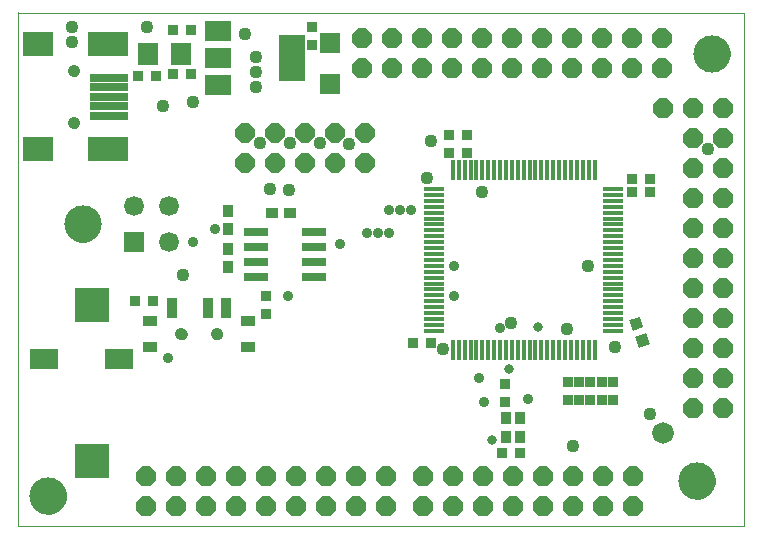
<source format=gts>
G75*
G70*
%OFA0B0*%
%FSLAX24Y24*%
%IPPOS*%
%LPD*%
%AMOC8*
5,1,8,0,0,1.08239X$1,22.5*
%
%ADD10C,0.0000*%
%ADD11C,0.1241*%
%ADD12R,0.0178X0.0690*%
%ADD13R,0.0690X0.0178*%
%ADD14R,0.0375X0.0375*%
%ADD15R,0.0375X0.0375*%
%ADD16R,0.0966X0.0690*%
%ADD17R,0.1044X0.0847*%
%ADD18R,0.1359X0.0847*%
%ADD19R,0.1280X0.0257*%
%ADD20C,0.0414*%
%ADD21R,0.1155X0.1155*%
%ADD22R,0.0850X0.0650*%
%ADD23R,0.0850X0.1560*%
%ADD24R,0.0840X0.0270*%
%ADD25R,0.0662X0.0662*%
%ADD26C,0.0662*%
%ADD27OC8,0.0651*%
%ADD28OC8,0.0660*%
%ADD29R,0.0375X0.0414*%
%ADD30C,0.0720*%
%ADD31R,0.0651X0.0651*%
%ADD32R,0.0690X0.0769*%
%ADD33R,0.0454X0.0375*%
%ADD34R,0.0336X0.0651*%
%ADD35R,0.0414X0.0375*%
%ADD36C,0.0436*%
%ADD37C,0.0330*%
%ADD38C,0.0350*%
D10*
X000599Y000160D02*
X000599Y017278D01*
X000600Y017276D02*
X024780Y017276D01*
X024780Y000156D01*
X024779Y000160D02*
X000599Y000160D01*
X001008Y001160D02*
X001010Y001208D01*
X001016Y001256D01*
X001026Y001303D01*
X001039Y001349D01*
X001057Y001394D01*
X001077Y001438D01*
X001102Y001480D01*
X001130Y001519D01*
X001160Y001556D01*
X001194Y001590D01*
X001231Y001622D01*
X001269Y001651D01*
X001310Y001676D01*
X001353Y001698D01*
X001398Y001716D01*
X001444Y001730D01*
X001491Y001741D01*
X001539Y001748D01*
X001587Y001751D01*
X001635Y001750D01*
X001683Y001745D01*
X001731Y001736D01*
X001777Y001724D01*
X001822Y001707D01*
X001866Y001687D01*
X001908Y001664D01*
X001948Y001637D01*
X001986Y001607D01*
X002021Y001574D01*
X002053Y001538D01*
X002083Y001500D01*
X002109Y001459D01*
X002131Y001416D01*
X002151Y001372D01*
X002166Y001327D01*
X002178Y001280D01*
X002186Y001232D01*
X002190Y001184D01*
X002190Y001136D01*
X002186Y001088D01*
X002178Y001040D01*
X002166Y000993D01*
X002151Y000948D01*
X002131Y000904D01*
X002109Y000861D01*
X002083Y000820D01*
X002053Y000782D01*
X002021Y000746D01*
X001986Y000713D01*
X001948Y000683D01*
X001908Y000656D01*
X001866Y000633D01*
X001822Y000613D01*
X001777Y000596D01*
X001731Y000584D01*
X001683Y000575D01*
X001635Y000570D01*
X001587Y000569D01*
X001539Y000572D01*
X001491Y000579D01*
X001444Y000590D01*
X001398Y000604D01*
X001353Y000622D01*
X001310Y000644D01*
X001269Y000669D01*
X001231Y000698D01*
X001194Y000730D01*
X001160Y000764D01*
X001130Y000801D01*
X001102Y000840D01*
X001077Y000882D01*
X001057Y000926D01*
X001039Y000971D01*
X001026Y001017D01*
X001016Y001064D01*
X001010Y001112D01*
X001008Y001160D01*
X005861Y006558D02*
X005863Y006584D01*
X005869Y006610D01*
X005879Y006635D01*
X005892Y006658D01*
X005908Y006678D01*
X005928Y006696D01*
X005950Y006711D01*
X005973Y006723D01*
X005999Y006731D01*
X006025Y006735D01*
X006051Y006735D01*
X006077Y006731D01*
X006103Y006723D01*
X006127Y006711D01*
X006148Y006696D01*
X006168Y006678D01*
X006184Y006658D01*
X006197Y006635D01*
X006207Y006610D01*
X006213Y006584D01*
X006215Y006558D01*
X006213Y006532D01*
X006207Y006506D01*
X006197Y006481D01*
X006184Y006458D01*
X006168Y006438D01*
X006148Y006420D01*
X006126Y006405D01*
X006103Y006393D01*
X006077Y006385D01*
X006051Y006381D01*
X006025Y006381D01*
X005999Y006385D01*
X005973Y006393D01*
X005949Y006405D01*
X005928Y006420D01*
X005908Y006438D01*
X005892Y006458D01*
X005879Y006481D01*
X005869Y006506D01*
X005863Y006532D01*
X005861Y006558D01*
X007042Y006558D02*
X007044Y006584D01*
X007050Y006610D01*
X007060Y006635D01*
X007073Y006658D01*
X007089Y006678D01*
X007109Y006696D01*
X007131Y006711D01*
X007154Y006723D01*
X007180Y006731D01*
X007206Y006735D01*
X007232Y006735D01*
X007258Y006731D01*
X007284Y006723D01*
X007308Y006711D01*
X007329Y006696D01*
X007349Y006678D01*
X007365Y006658D01*
X007378Y006635D01*
X007388Y006610D01*
X007394Y006584D01*
X007396Y006558D01*
X007394Y006532D01*
X007388Y006506D01*
X007378Y006481D01*
X007365Y006458D01*
X007349Y006438D01*
X007329Y006420D01*
X007307Y006405D01*
X007284Y006393D01*
X007258Y006385D01*
X007232Y006381D01*
X007206Y006381D01*
X007180Y006385D01*
X007154Y006393D01*
X007130Y006405D01*
X007109Y006420D01*
X007089Y006438D01*
X007073Y006458D01*
X007060Y006481D01*
X007050Y006506D01*
X007044Y006532D01*
X007042Y006558D01*
X002162Y010225D02*
X002164Y010273D01*
X002170Y010321D01*
X002180Y010368D01*
X002193Y010414D01*
X002211Y010459D01*
X002231Y010503D01*
X002256Y010545D01*
X002284Y010584D01*
X002314Y010621D01*
X002348Y010655D01*
X002385Y010687D01*
X002423Y010716D01*
X002464Y010741D01*
X002507Y010763D01*
X002552Y010781D01*
X002598Y010795D01*
X002645Y010806D01*
X002693Y010813D01*
X002741Y010816D01*
X002789Y010815D01*
X002837Y010810D01*
X002885Y010801D01*
X002931Y010789D01*
X002976Y010772D01*
X003020Y010752D01*
X003062Y010729D01*
X003102Y010702D01*
X003140Y010672D01*
X003175Y010639D01*
X003207Y010603D01*
X003237Y010565D01*
X003263Y010524D01*
X003285Y010481D01*
X003305Y010437D01*
X003320Y010392D01*
X003332Y010345D01*
X003340Y010297D01*
X003344Y010249D01*
X003344Y010201D01*
X003340Y010153D01*
X003332Y010105D01*
X003320Y010058D01*
X003305Y010013D01*
X003285Y009969D01*
X003263Y009926D01*
X003237Y009885D01*
X003207Y009847D01*
X003175Y009811D01*
X003140Y009778D01*
X003102Y009748D01*
X003062Y009721D01*
X003020Y009698D01*
X002976Y009678D01*
X002931Y009661D01*
X002885Y009649D01*
X002837Y009640D01*
X002789Y009635D01*
X002741Y009634D01*
X002693Y009637D01*
X002645Y009644D01*
X002598Y009655D01*
X002552Y009669D01*
X002507Y009687D01*
X002464Y009709D01*
X002423Y009734D01*
X002385Y009763D01*
X002348Y009795D01*
X002314Y009829D01*
X002284Y009866D01*
X002256Y009905D01*
X002231Y009947D01*
X002211Y009991D01*
X002193Y010036D01*
X002180Y010082D01*
X002170Y010129D01*
X002164Y010177D01*
X002162Y010225D01*
X002273Y013602D02*
X002275Y013628D01*
X002281Y013654D01*
X002291Y013679D01*
X002304Y013702D01*
X002320Y013722D01*
X002340Y013740D01*
X002362Y013755D01*
X002385Y013767D01*
X002411Y013775D01*
X002437Y013779D01*
X002463Y013779D01*
X002489Y013775D01*
X002515Y013767D01*
X002539Y013755D01*
X002560Y013740D01*
X002580Y013722D01*
X002596Y013702D01*
X002609Y013679D01*
X002619Y013654D01*
X002625Y013628D01*
X002627Y013602D01*
X002625Y013576D01*
X002619Y013550D01*
X002609Y013525D01*
X002596Y013502D01*
X002580Y013482D01*
X002560Y013464D01*
X002538Y013449D01*
X002515Y013437D01*
X002489Y013429D01*
X002463Y013425D01*
X002437Y013425D01*
X002411Y013429D01*
X002385Y013437D01*
X002361Y013449D01*
X002340Y013464D01*
X002320Y013482D01*
X002304Y013502D01*
X002291Y013525D01*
X002281Y013550D01*
X002275Y013576D01*
X002273Y013602D01*
X002273Y015335D02*
X002275Y015361D01*
X002281Y015387D01*
X002291Y015412D01*
X002304Y015435D01*
X002320Y015455D01*
X002340Y015473D01*
X002362Y015488D01*
X002385Y015500D01*
X002411Y015508D01*
X002437Y015512D01*
X002463Y015512D01*
X002489Y015508D01*
X002515Y015500D01*
X002539Y015488D01*
X002560Y015473D01*
X002580Y015455D01*
X002596Y015435D01*
X002609Y015412D01*
X002619Y015387D01*
X002625Y015361D01*
X002627Y015335D01*
X002625Y015309D01*
X002619Y015283D01*
X002609Y015258D01*
X002596Y015235D01*
X002580Y015215D01*
X002560Y015197D01*
X002538Y015182D01*
X002515Y015170D01*
X002489Y015162D01*
X002463Y015158D01*
X002437Y015158D01*
X002411Y015162D01*
X002385Y015170D01*
X002361Y015182D01*
X002340Y015197D01*
X002320Y015215D01*
X002304Y015235D01*
X002291Y015258D01*
X002281Y015283D01*
X002275Y015309D01*
X002273Y015335D01*
X022633Y001660D02*
X022635Y001708D01*
X022641Y001756D01*
X022651Y001803D01*
X022664Y001849D01*
X022682Y001894D01*
X022702Y001938D01*
X022727Y001980D01*
X022755Y002019D01*
X022785Y002056D01*
X022819Y002090D01*
X022856Y002122D01*
X022894Y002151D01*
X022935Y002176D01*
X022978Y002198D01*
X023023Y002216D01*
X023069Y002230D01*
X023116Y002241D01*
X023164Y002248D01*
X023212Y002251D01*
X023260Y002250D01*
X023308Y002245D01*
X023356Y002236D01*
X023402Y002224D01*
X023447Y002207D01*
X023491Y002187D01*
X023533Y002164D01*
X023573Y002137D01*
X023611Y002107D01*
X023646Y002074D01*
X023678Y002038D01*
X023708Y002000D01*
X023734Y001959D01*
X023756Y001916D01*
X023776Y001872D01*
X023791Y001827D01*
X023803Y001780D01*
X023811Y001732D01*
X023815Y001684D01*
X023815Y001636D01*
X023811Y001588D01*
X023803Y001540D01*
X023791Y001493D01*
X023776Y001448D01*
X023756Y001404D01*
X023734Y001361D01*
X023708Y001320D01*
X023678Y001282D01*
X023646Y001246D01*
X023611Y001213D01*
X023573Y001183D01*
X023533Y001156D01*
X023491Y001133D01*
X023447Y001113D01*
X023402Y001096D01*
X023356Y001084D01*
X023308Y001075D01*
X023260Y001070D01*
X023212Y001069D01*
X023164Y001072D01*
X023116Y001079D01*
X023069Y001090D01*
X023023Y001104D01*
X022978Y001122D01*
X022935Y001144D01*
X022894Y001169D01*
X022856Y001198D01*
X022819Y001230D01*
X022785Y001264D01*
X022755Y001301D01*
X022727Y001340D01*
X022702Y001382D01*
X022682Y001426D01*
X022664Y001471D01*
X022651Y001517D01*
X022641Y001564D01*
X022635Y001612D01*
X022633Y001660D01*
X023133Y015910D02*
X023135Y015958D01*
X023141Y016006D01*
X023151Y016053D01*
X023164Y016099D01*
X023182Y016144D01*
X023202Y016188D01*
X023227Y016230D01*
X023255Y016269D01*
X023285Y016306D01*
X023319Y016340D01*
X023356Y016372D01*
X023394Y016401D01*
X023435Y016426D01*
X023478Y016448D01*
X023523Y016466D01*
X023569Y016480D01*
X023616Y016491D01*
X023664Y016498D01*
X023712Y016501D01*
X023760Y016500D01*
X023808Y016495D01*
X023856Y016486D01*
X023902Y016474D01*
X023947Y016457D01*
X023991Y016437D01*
X024033Y016414D01*
X024073Y016387D01*
X024111Y016357D01*
X024146Y016324D01*
X024178Y016288D01*
X024208Y016250D01*
X024234Y016209D01*
X024256Y016166D01*
X024276Y016122D01*
X024291Y016077D01*
X024303Y016030D01*
X024311Y015982D01*
X024315Y015934D01*
X024315Y015886D01*
X024311Y015838D01*
X024303Y015790D01*
X024291Y015743D01*
X024276Y015698D01*
X024256Y015654D01*
X024234Y015611D01*
X024208Y015570D01*
X024178Y015532D01*
X024146Y015496D01*
X024111Y015463D01*
X024073Y015433D01*
X024033Y015406D01*
X023991Y015383D01*
X023947Y015363D01*
X023902Y015346D01*
X023856Y015334D01*
X023808Y015325D01*
X023760Y015320D01*
X023712Y015319D01*
X023664Y015322D01*
X023616Y015329D01*
X023569Y015340D01*
X023523Y015354D01*
X023478Y015372D01*
X023435Y015394D01*
X023394Y015419D01*
X023356Y015448D01*
X023319Y015480D01*
X023285Y015514D01*
X023255Y015551D01*
X023227Y015590D01*
X023202Y015632D01*
X023182Y015676D01*
X023164Y015721D01*
X023151Y015767D01*
X023141Y015814D01*
X023135Y015862D01*
X023133Y015910D01*
D11*
X023724Y015910D03*
X023224Y001660D03*
X002753Y010225D03*
X001599Y001160D03*
D12*
X015088Y006039D03*
X015285Y006039D03*
X015481Y006039D03*
X015678Y006039D03*
X015875Y006039D03*
X016072Y006039D03*
X016269Y006039D03*
X016466Y006039D03*
X016663Y006039D03*
X016859Y006039D03*
X017056Y006039D03*
X017253Y006039D03*
X017450Y006039D03*
X017647Y006039D03*
X017844Y006039D03*
X018041Y006039D03*
X018237Y006039D03*
X018434Y006039D03*
X018631Y006039D03*
X018828Y006039D03*
X019025Y006039D03*
X019222Y006039D03*
X019419Y006039D03*
X019615Y006039D03*
X019812Y006039D03*
X019812Y012023D03*
X019615Y012023D03*
X019419Y012023D03*
X019222Y012023D03*
X019025Y012023D03*
X018828Y012023D03*
X018631Y012023D03*
X018434Y012023D03*
X018237Y012023D03*
X018041Y012023D03*
X017844Y012023D03*
X017647Y012023D03*
X017450Y012023D03*
X017253Y012023D03*
X017056Y012023D03*
X016859Y012023D03*
X016663Y012023D03*
X016466Y012023D03*
X016269Y012023D03*
X016072Y012023D03*
X015875Y012023D03*
X015678Y012023D03*
X015481Y012023D03*
X015285Y012023D03*
X015088Y012023D03*
D13*
X014458Y011393D03*
X014458Y011196D03*
X014458Y011000D03*
X014458Y010803D03*
X014458Y010606D03*
X014458Y010409D03*
X014458Y010212D03*
X014458Y010015D03*
X014458Y009819D03*
X014458Y009622D03*
X014458Y009425D03*
X014458Y009228D03*
X014458Y009031D03*
X014458Y008834D03*
X014458Y008637D03*
X014458Y008441D03*
X014458Y008244D03*
X014458Y008047D03*
X014458Y007850D03*
X014458Y007653D03*
X014458Y007456D03*
X014458Y007259D03*
X014458Y007063D03*
X014458Y006866D03*
X014458Y006669D03*
X020442Y006669D03*
X020442Y006866D03*
X020442Y007063D03*
X020442Y007259D03*
X020442Y007456D03*
X020442Y007653D03*
X020442Y007850D03*
X020442Y008047D03*
X020442Y008244D03*
X020442Y008441D03*
X020442Y008637D03*
X020442Y008834D03*
X020442Y009031D03*
X020442Y009228D03*
X020442Y009425D03*
X020442Y009622D03*
X020442Y009819D03*
X020442Y010015D03*
X020442Y010212D03*
X020442Y010409D03*
X020442Y010606D03*
X020442Y010803D03*
X020442Y011000D03*
X020442Y011196D03*
X020442Y011393D03*
D14*
X021063Y011294D03*
X021663Y011294D03*
X021667Y011719D03*
X021067Y011719D03*
X015575Y012597D03*
X014975Y012595D03*
X014975Y013195D03*
X015575Y013197D03*
X010406Y016180D03*
X010406Y016780D03*
X006366Y016698D03*
X005766Y016698D03*
X005753Y015223D03*
X006353Y015223D03*
X005195Y015159D03*
X004595Y015159D03*
X008876Y007833D03*
X008876Y007233D03*
X005078Y007661D03*
X004478Y007661D03*
X013757Y006257D03*
X014357Y006257D03*
X016812Y004879D03*
X016812Y004279D03*
X018915Y004377D03*
X019291Y004377D03*
X019672Y004377D03*
X020048Y004377D03*
X020424Y004377D03*
X020424Y004977D03*
X020048Y004977D03*
X019672Y004977D03*
X019291Y004977D03*
X018915Y004977D03*
X017334Y002598D03*
X016734Y002598D03*
D15*
G36*
X021295Y006102D02*
X021167Y006452D01*
X021517Y006580D01*
X021645Y006230D01*
X021295Y006102D01*
G37*
G36*
X021090Y006666D02*
X020962Y007016D01*
X021312Y007144D01*
X021440Y006794D01*
X021090Y006666D01*
G37*
D16*
X003953Y005744D03*
X001472Y005744D03*
D17*
X001269Y012717D03*
X001269Y016221D03*
D18*
X003592Y016221D03*
X003592Y012717D03*
D19*
X003631Y013839D03*
X003631Y014154D03*
X003631Y014469D03*
X003631Y014784D03*
X003631Y015099D03*
D20*
X002450Y015335D03*
X002450Y013602D03*
X006038Y006558D03*
X007219Y006558D03*
D21*
X003074Y007535D03*
X003074Y002335D03*
D22*
X007260Y014859D03*
X007260Y015759D03*
X007260Y016659D03*
D23*
X009740Y015769D03*
D24*
X010458Y009969D03*
X010458Y009469D03*
X010458Y008969D03*
X010458Y008469D03*
X008518Y008469D03*
X008518Y008969D03*
X008518Y009469D03*
X008518Y009969D03*
D25*
X004454Y009634D03*
D26*
X005635Y009634D03*
X005635Y010815D03*
X004454Y010815D03*
D27*
X008150Y012256D03*
X009150Y012256D03*
X010150Y012256D03*
X011150Y012256D03*
X012150Y012256D03*
X012150Y013256D03*
X011150Y013256D03*
X010150Y013256D03*
X009150Y013256D03*
X008150Y013256D03*
D28*
X012050Y015444D03*
X013050Y015444D03*
X014050Y015444D03*
X015050Y015444D03*
X016050Y015444D03*
X017050Y015444D03*
X018050Y015444D03*
X019050Y015444D03*
X020050Y015444D03*
X021050Y015444D03*
X022050Y015444D03*
X022050Y016444D03*
X021050Y016444D03*
X020050Y016444D03*
X019050Y016444D03*
X018050Y016444D03*
X017050Y016444D03*
X016050Y016444D03*
X015050Y016444D03*
X014050Y016444D03*
X013050Y016444D03*
X012050Y016444D03*
X022101Y014110D03*
X023100Y014106D03*
X024100Y014106D03*
X024100Y013106D03*
X023100Y013106D03*
X023100Y012106D03*
X024100Y012106D03*
X024100Y011106D03*
X023100Y011106D03*
X023100Y010106D03*
X024100Y010106D03*
X024100Y009106D03*
X023100Y009106D03*
X023100Y008106D03*
X024100Y008106D03*
X024100Y007106D03*
X023100Y007106D03*
X023100Y006106D03*
X024100Y006106D03*
X024100Y005106D03*
X023100Y005106D03*
X023100Y004106D03*
X024100Y004106D03*
X021100Y001831D03*
X020100Y001831D03*
X019100Y001831D03*
X018100Y001831D03*
X017100Y001831D03*
X016100Y001831D03*
X015100Y001831D03*
X014100Y001831D03*
X012850Y001831D03*
X011850Y001831D03*
X010850Y001831D03*
X009850Y001831D03*
X008850Y001831D03*
X007850Y001831D03*
X006850Y001831D03*
X005850Y001831D03*
X004850Y001831D03*
X004850Y000831D03*
X005850Y000831D03*
X006850Y000831D03*
X007850Y000831D03*
X008850Y000831D03*
X009850Y000831D03*
X010850Y000831D03*
X011850Y000831D03*
X012850Y000831D03*
X014100Y000831D03*
X015100Y000831D03*
X016100Y000831D03*
X017100Y000831D03*
X018100Y000831D03*
X019100Y000831D03*
X020100Y000831D03*
X021100Y000831D03*
D29*
X017337Y003126D03*
X016845Y003126D03*
X016845Y003776D03*
X017337Y003776D03*
X007599Y008810D03*
X007599Y009410D03*
X007599Y010060D03*
X007599Y010660D03*
D30*
X022104Y003273D03*
D31*
X011000Y014892D03*
X011000Y016270D03*
D32*
X006016Y015904D03*
X004914Y015904D03*
D33*
X004994Y006991D03*
X004994Y006125D03*
X008262Y006125D03*
X008262Y006991D03*
D34*
X007514Y007444D03*
X006923Y007444D03*
X005742Y007444D03*
D35*
X009062Y010610D03*
X009662Y010610D03*
D36*
X009613Y011356D03*
X009000Y011406D03*
X008650Y012922D03*
X009650Y012922D03*
X010650Y012922D03*
X011638Y012909D03*
X014238Y011756D03*
X014350Y012985D03*
X016050Y011281D03*
X019590Y008832D03*
X017038Y006919D03*
X018900Y006744D03*
X020499Y006115D03*
X021659Y003901D03*
X019100Y002815D03*
X014770Y006069D03*
X006109Y008526D03*
X005425Y014156D03*
X006415Y014306D03*
X008525Y014797D03*
X008525Y015297D03*
X008525Y015797D03*
X008150Y016547D03*
X004900Y016797D03*
X002400Y016797D03*
X002400Y016297D03*
X023610Y012724D03*
D37*
X017912Y006799D03*
X016945Y005388D03*
X016379Y003042D03*
D38*
X016125Y004309D03*
X015950Y005094D03*
X017578Y004384D03*
X016663Y006747D03*
X015144Y007842D03*
X015119Y008842D03*
X012963Y009944D03*
X012588Y009944D03*
X012213Y009944D03*
X011337Y009573D03*
X012950Y010681D03*
X013325Y010681D03*
X013700Y010681D03*
X009606Y007843D03*
X007174Y010060D03*
X006424Y009635D03*
X005600Y005756D03*
M02*

</source>
